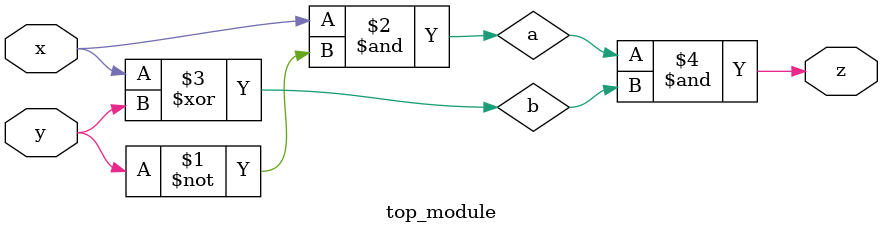
<source format=sv>
module top_module(
  input x,
  input y,
  output z);

  wire a;
  wire b;
  
  // First Gate
  assign a = x & ~y;

  // Second Gate
  assign b = x ^ y;

  // Third Gate
  assign z = a & b;
endmodule

</source>
